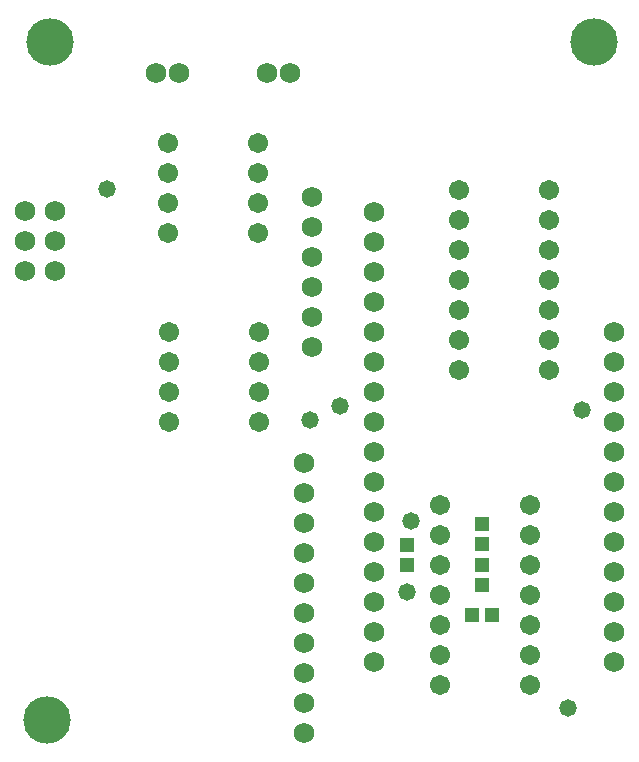
<source format=gbs>
G04 Layer_Color=16711935*
%FSAX25Y25*%
%MOIN*%
G70*
G01*
G75*
%ADD17R,0.04737X0.05131*%
%ADD18R,0.05131X0.04737*%
%ADD19C,0.06706*%
%ADD20C,0.06800*%
%ADD21C,0.15800*%
%ADD22C,0.05800*%
D17*
X0346000Y0175854D02*
D03*
Y0182546D02*
D03*
Y0189753D02*
D03*
Y0196447D02*
D03*
X0320900Y0182554D02*
D03*
Y0189246D02*
D03*
D18*
X0342553Y0166100D02*
D03*
X0349247D02*
D03*
D19*
X0361800Y0142500D02*
D03*
Y0152500D02*
D03*
Y0162500D02*
D03*
Y0172500D02*
D03*
Y0182500D02*
D03*
Y0192500D02*
D03*
Y0202500D02*
D03*
X0331800D02*
D03*
Y0192500D02*
D03*
Y0182500D02*
D03*
Y0172500D02*
D03*
Y0162500D02*
D03*
Y0152500D02*
D03*
Y0142500D02*
D03*
X0338200Y0307600D02*
D03*
Y0297600D02*
D03*
Y0287600D02*
D03*
Y0277600D02*
D03*
Y0267600D02*
D03*
Y0257600D02*
D03*
Y0247600D02*
D03*
X0368200D02*
D03*
Y0257600D02*
D03*
Y0267600D02*
D03*
Y0277600D02*
D03*
Y0287600D02*
D03*
Y0297600D02*
D03*
Y0307600D02*
D03*
X0241100Y0293300D02*
D03*
Y0303300D02*
D03*
Y0313300D02*
D03*
Y0323300D02*
D03*
X0271100Y0313300D02*
D03*
Y0323300D02*
D03*
Y0293300D02*
D03*
Y0303300D02*
D03*
X0241400Y0230200D02*
D03*
Y0240200D02*
D03*
Y0250200D02*
D03*
Y0260200D02*
D03*
X0271400Y0230200D02*
D03*
Y0240200D02*
D03*
Y0250200D02*
D03*
Y0260200D02*
D03*
D20*
X0286400Y0176700D02*
D03*
Y0186700D02*
D03*
Y0196700D02*
D03*
Y0206700D02*
D03*
Y0216700D02*
D03*
Y0166700D02*
D03*
Y0156700D02*
D03*
Y0146700D02*
D03*
Y0136700D02*
D03*
Y0126700D02*
D03*
X0289200Y0305200D02*
D03*
Y0295200D02*
D03*
Y0285200D02*
D03*
Y0275200D02*
D03*
Y0265200D02*
D03*
Y0255200D02*
D03*
X0245000Y0346500D02*
D03*
X0237100D02*
D03*
X0274100D02*
D03*
X0282000D02*
D03*
X0193700Y0280500D02*
D03*
Y0290500D02*
D03*
Y0300500D02*
D03*
X0203700Y0280500D02*
D03*
Y0290500D02*
D03*
Y0300500D02*
D03*
X0309900Y0160300D02*
D03*
Y0150300D02*
D03*
Y0200300D02*
D03*
Y0210300D02*
D03*
Y0230300D02*
D03*
Y0220300D02*
D03*
Y0250300D02*
D03*
Y0240300D02*
D03*
Y0270300D02*
D03*
Y0260300D02*
D03*
Y0290300D02*
D03*
Y0280300D02*
D03*
Y0300300D02*
D03*
Y0170300D02*
D03*
X0389900Y0160300D02*
D03*
X0309900Y0190300D02*
D03*
Y0180300D02*
D03*
X0389900Y0170300D02*
D03*
Y0150300D02*
D03*
Y0180300D02*
D03*
Y0250300D02*
D03*
Y0240300D02*
D03*
Y0260300D02*
D03*
Y0200300D02*
D03*
Y0190300D02*
D03*
Y0230300D02*
D03*
Y0210300D02*
D03*
Y0220300D02*
D03*
D21*
X0201800Y0356800D02*
D03*
X0383200Y0357100D02*
D03*
X0200800Y0130900D02*
D03*
D22*
X0320900Y0173700D02*
D03*
X0220900Y0307800D02*
D03*
X0322300Y0197200D02*
D03*
X0379300Y0234300D02*
D03*
X0298700Y0235500D02*
D03*
X0374400Y0134800D02*
D03*
X0288600Y0230900D02*
D03*
M02*

</source>
